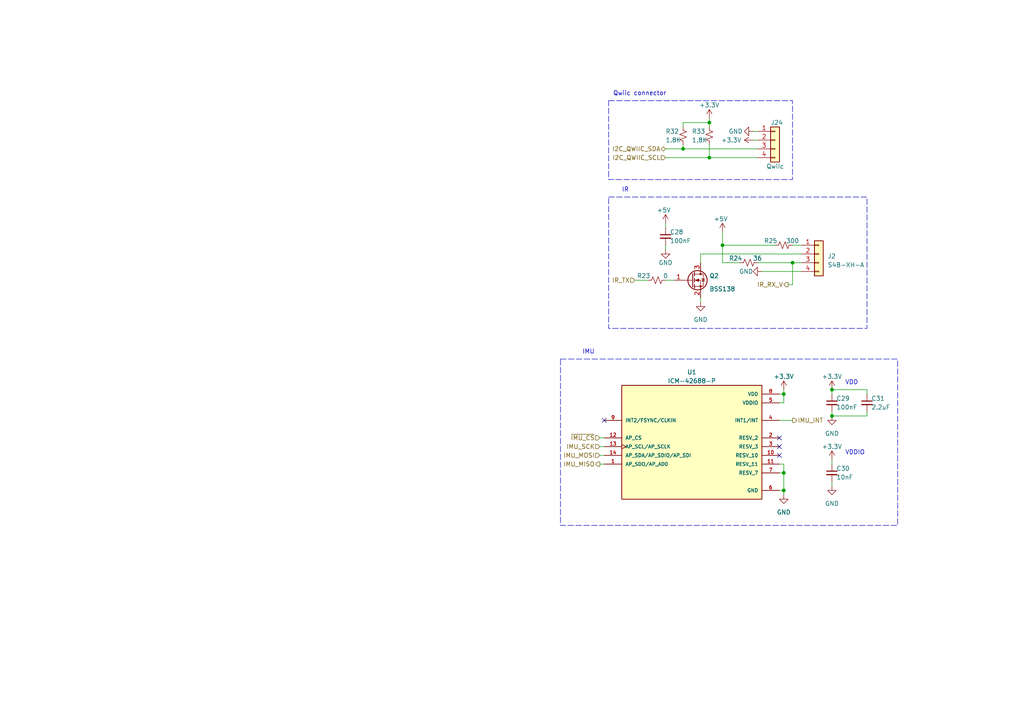
<source format=kicad_sch>
(kicad_sch (version 20230121) (generator eeschema)
  (paper "A4")
  (lib_symbols
    (symbol "Connector_Generic:Conn_01x04" (pin_names (offset 1.016) hide)
      (property "Reference" "J" (at 0 5.08 0))
      (property "Value" "Conn_01x04" (at 0 -7.62 0))
      (symbol "Conn_01x04_1_1"
        (rectangle (start -1.27 -4.953) (end 0 -5.207) (stroke (width 0.1524)))
        (rectangle (start -1.27 -2.413) (end 0 -2.667) (stroke (width 0.1524)))
        (rectangle (start -1.27 0.127) (end 0 -0.127) (stroke (width 0.1524)))
        (rectangle (start -1.27 2.667) (end 0 2.413) (stroke (width 0.1524)))
        (rectangle (start -1.27 3.81) (end 1.27 -6.35) (stroke (width 0.254)) (fill (type background)))
        (pin passive line (at -5.08 2.54 0) (length 3.81) (name "Pin_1") (number "1"))
        (pin passive line (at -5.08 0 0) (length 3.81) (name "Pin_2") (number "2"))
        (pin passive line (at -5.08 -2.54 0) (length 3.81) (name "Pin_3") (number "3"))
        (pin passive line (at -5.08 -5.08 0) (length 3.81) (name "Pin_4") (number "4"))
      )
    )
    (symbol "Device:C_Small" (pin_numbers hide) (pin_names (offset 0.254) hide)
      (property "Reference" "C" (at 0.254 1.778 0))
      (property "Value" "C_Small" (at 0.254 -2.032 0))
      (symbol "C_Small_0_1"
        (polyline (pts (xy -1.524 -0.508) (xy 1.524 -0.508)) (stroke (width 0.3302)))
        (polyline (pts (xy -1.524 0.508) (xy 1.524 0.508)) (stroke (width 0.3048)))
      )
      (symbol "C_Small_1_1"
        (pin passive line (at 0 2.54 270) (length 2.032) (name "~") (number "1"))
        (pin passive line (at 0 -2.54 90) (length 2.032) (name "~") (number "2"))
      )
    )
    (symbol "Device:R_Small_US" (pin_numbers hide) (pin_names (offset 0.254) hide)
      (property "Reference" "R" (at 0.762 0.508 0))
      (property "Value" "R_Small_US" (at 0.762 -1.016 0))
      (symbol "R_Small_US_1_1"
        (polyline (pts (xy 0 0) (xy 1.016 -0.381) (xy 0 -0.762) (xy -1.016 -1.143) (xy 0 -1.524)))
        (polyline (pts (xy 0 1.524) (xy 1.016 1.143) (xy 0 0.762) (xy -1.016 0.381) (xy 0 0)))
        (pin passive line (at 0 2.54 270) (length 1.016) (name "~") (number "1"))
        (pin passive line (at 0 -2.54 90) (length 1.016) (name "~") (number "2"))
      )
    )
    (symbol "ICM-42688-P:ICM-42688-P" (pin_names (offset 1.016))
      (property "Reference" "U" (at -20.32 16.002 0))
      (property "Value" "ICM-42688-P" (at -20.32 -20.32 0))
      (symbol "ICM-42688-P_0_0"
        (rectangle (start -20.32 -17.78) (end 20.32 15.24) (stroke (width 0.254)) (fill (type background)))
        (pin bidirectional line (at -25.4 -7.62 0) (length 5.08) (name "AP_SDO/AP_AD0") (number "1"))
        (pin passive line (at 25.4 -5.08 180) (length 5.08) (name "RESV_10") (number "10"))
        (pin passive line (at 25.4 -7.62 180) (length 5.08) (name "RESV_11") (number "11"))
        (pin input line (at -25.4 0 0) (length 5.08) (name "AP_CS") (number "12"))
        (pin input clock (at -25.4 -2.54 0) (length 5.08) (name "AP_SCL/AP_SCLK") (number "13"))
        (pin bidirectional line (at -25.4 -5.08 0) (length 5.08) (name "AP_SDA/AP_SDIO/AP_SDI") (number "14"))
        (pin passive line (at 25.4 0 180) (length 5.08) (name "RESV_2") (number "2"))
        (pin passive line (at 25.4 -2.54 180) (length 5.08) (name "RESV_3") (number "3"))
        (pin output line (at 25.4 5.08 180) (length 5.08) (name "INT1/INT") (number "4"))
        (pin power_in line (at 25.4 10.16 180) (length 5.08) (name "VDDIO") (number "5"))
        (pin power_in line (at 25.4 -15.24 180) (length 5.08) (name "GND") (number "6"))
        (pin passive line (at 25.4 -10.16 180) (length 5.08) (name "RESV_7") (number "7"))
        (pin power_in line (at 25.4 12.7 180) (length 5.08) (name "VDD") (number "8"))
        (pin bidirectional line (at -25.4 5.08 0) (length 5.08) (name "INT2/FSYNC/CLKIN") (number "9"))
      )
    )
    (symbol "Transistor_FET:BSS138" (pin_names hide)
      (property "Reference" "Q" (at 5.08 1.905 0))
      (property "Value" "BSS138" (at 5.08 0 0))
      (symbol "BSS138_0_1"
        (polyline (pts (xy 0.254 0) (xy -2.54 0)))
        (polyline (pts (xy 0.254 1.905) (xy 0.254 -1.905)) (stroke (width 0.254)))
        (polyline (pts (xy 0.762 -1.27) (xy 0.762 -2.286)) (stroke (width 0.254)))
        (polyline (pts (xy 0.762 0.508) (xy 0.762 -0.508)) (stroke (width 0.254)))
        (polyline (pts (xy 0.762 2.286) (xy 0.762 1.27)) (stroke (width 0.254)))
        (polyline (pts (xy 2.54 2.54) (xy 2.54 1.778)))
        (polyline (pts (xy 2.54 -2.54) (xy 2.54 0) (xy 0.762 0)))
        (polyline (pts (xy 0.762 -1.778) (xy 3.302 -1.778) (xy 3.302 1.778) (xy 0.762 1.778)))
        (polyline (pts (xy 1.016 0) (xy 2.032 0.381) (xy 2.032 -0.381) (xy 1.016 0)) (fill (type outline)))
        (polyline (pts (xy 2.794 0.508) (xy 2.921 0.381) (xy 3.683 0.381) (xy 3.81 0.254)))
        (polyline (pts (xy 3.302 0.381) (xy 2.921 -0.254) (xy 3.683 -0.254) (xy 3.302 0.381)))
        (circle (center 1.651 0) (radius 2.794) (stroke (width 0.254)))
        (circle (center 2.54 -1.778) (radius 0.254) (fill (type outline)))
        (circle (center 2.54 1.778) (radius 0.254) (fill (type outline)))
      )
      (symbol "BSS138_1_1"
        (pin input line (at -5.08 0 0) (length 2.54) (name "G") (number "1"))
        (pin passive line (at 2.54 -5.08 90) (length 2.54) (name "S") (number "2"))
        (pin passive line (at 2.54 5.08 270) (length 2.54) (name "D") (number "3"))
      )
    )
    (symbol "power:+3.3V" (power) (pin_names (offset 0))
      (property "Value" "+3.3V" (at 0 3.556 0))
      (symbol "+3.3V_0_1"
        (polyline (pts (xy -0.762 1.27) (xy 0 2.54)))
        (polyline (pts (xy 0 0) (xy 0 2.54)))
        (polyline (pts (xy 0 2.54) (xy 0.762 1.27)))
      )
      (symbol "+3.3V_1_1"
        (pin power_in line (at 0 0 90) (length 0) hide (name "+3.3V") (number "1"))
      )
    )
    (symbol "power:+5V" (power) (pin_names (offset 0))
      (property "Value" "+5V" (at 0 3.556 0))
      (symbol "+5V_0_1"
        (polyline (pts (xy -0.762 1.27) (xy 0 2.54)))
        (polyline (pts (xy 0 0) (xy 0 2.54)))
        (polyline (pts (xy 0 2.54) (xy 0.762 1.27)))
      )
      (symbol "+5V_1_1"
        (pin power_in line (at 0 0 90) (length 0) hide (name "+5V") (number "1"))
      )
    )
    (symbol "power:GND" (power) (pin_names (offset 0))
      (property "Value" "GND" (at 0 -3.81 0))
      (symbol "GND_0_1"
        (polyline (pts (xy 0 0) (xy 0 -1.27) (xy 1.27 -1.27) (xy 0 -2.54) (xy -1.27 -1.27) (xy 0 -1.27)))
      )
      (symbol "GND_1_1"
        (pin power_in line (at 0 0 270) (length 0) hide (name "GND") (number "1"))
      )
    )
  )
  (junction (at 205.74 35.56))
  (junction (at 227.33 142.24))
  (junction (at 198.12 43.18))
  (junction (at 227.33 114.3))
  (junction (at 241.3 120.65))
  (junction (at 227.33 137.16))
  (junction (at 229.87 76.2))
  (junction (at 205.74 45.72))
  (junction (at 241.3 113.03))
  (junction (at 209.55 71.12))
  (no_connect (at 226.06 132.08))
  (no_connect (at 226.06 127))
  (no_connect (at 226.06 129.54))
  (no_connect (at 175.26 121.92))
  (wire (pts (xy 227.33 113.03) (xy 227.33 114.3)))
  (wire (pts (xy 227.33 142.24) (xy 227.33 143.51)))
  (wire (pts (xy 241.3 120.65) (xy 251.46 120.65)))
  (wire (pts (xy 209.55 71.12) (xy 209.55 67.31)))
  (wire (pts (xy 227.33 137.16) (xy 227.33 142.24)))
  (wire (pts (xy 193.04 71.12) (xy 193.04 72.39)))
  (wire (pts (xy 203.2 86.36) (xy 203.2 87.63)))
  (wire (pts (xy 219.71 76.2) (xy 229.87 76.2)))
  (wire (pts (xy 229.87 82.55) (xy 228.6 82.55)))
  (wire (pts (xy 198.12 35.56) (xy 205.74 35.56)))
  (wire (pts (xy 241.3 139.7) (xy 241.3 140.97)))
  (wire (pts (xy 198.12 43.18) (xy 219.71 43.18)))
  (wire (pts (xy 173.99 132.08) (xy 175.26 132.08)))
  (wire (pts (xy 241.3 133.35) (xy 241.3 134.62)))
  (wire (pts (xy 193.04 43.18) (xy 198.12 43.18)))
  (wire (pts (xy 205.74 45.72) (xy 205.74 41.91)))
  (wire (pts (xy 226.06 134.62) (xy 227.33 134.62)))
  (wire (pts (xy 251.46 114.3) (xy 251.46 113.03)))
  (wire (pts (xy 198.12 36.83) (xy 198.12 35.56)))
  (wire (pts (xy 203.2 73.66) (xy 203.2 76.2)))
  (wire (pts (xy 218.44 38.1) (xy 219.71 38.1)))
  (wire (pts (xy 226.06 121.92) (xy 229.87 121.92)))
  (wire (pts (xy 205.74 35.56) (xy 205.74 36.83)))
  (wire (pts (xy 251.46 113.03) (xy 241.3 113.03)))
  (wire (pts (xy 227.33 114.3) (xy 227.33 116.84)))
  (wire (pts (xy 173.99 127) (xy 175.26 127)))
  (wire (pts (xy 193.04 81.28) (xy 195.58 81.28)))
  (wire (pts (xy 227.33 134.62) (xy 227.33 137.16)))
  (wire (pts (xy 184.15 81.28) (xy 187.96 81.28)))
  (wire (pts (xy 229.87 76.2) (xy 229.87 82.55)))
  (wire (pts (xy 226.06 114.3) (xy 227.33 114.3)))
  (wire (pts (xy 214.63 76.2) (xy 209.55 76.2)))
  (wire (pts (xy 205.74 45.72) (xy 219.71 45.72)))
  (wire (pts (xy 209.55 71.12) (xy 224.79 71.12)))
  (wire (pts (xy 205.74 34.29) (xy 205.74 35.56)))
  (wire (pts (xy 193.04 45.72) (xy 205.74 45.72)))
  (wire (pts (xy 226.06 137.16) (xy 227.33 137.16)))
  (wire (pts (xy 229.87 71.12) (xy 232.41 71.12)))
  (wire (pts (xy 209.55 76.2) (xy 209.55 71.12)))
  (wire (pts (xy 229.87 76.2) (xy 232.41 76.2)))
  (wire (pts (xy 220.98 78.74) (xy 232.41 78.74)))
  (wire (pts (xy 173.99 129.54) (xy 175.26 129.54)))
  (wire (pts (xy 226.06 116.84) (xy 227.33 116.84)))
  (wire (pts (xy 198.12 41.91) (xy 198.12 43.18)))
  (wire (pts (xy 232.41 73.66) (xy 203.2 73.66)))
  (wire (pts (xy 193.04 64.77) (xy 193.04 66.04)))
  (wire (pts (xy 251.46 120.65) (xy 251.46 119.38)))
  (wire (pts (xy 218.44 40.64) (xy 219.71 40.64)))
  (wire (pts (xy 241.3 119.38) (xy 241.3 120.65)))
  (wire (pts (xy 173.99 134.62) (xy 175.26 134.62)))
  (wire (pts (xy 226.06 142.24) (xy 227.33 142.24)))
  (wire (pts (xy 241.3 113.03) (xy 241.3 114.3)))
  (rectangle (start 176.53 29.21) (end 229.87 52.07) (stroke (width 0) (type dash)))
  (rectangle (start 162.56 104.14) (end 260.35 152.4) (stroke (width 0) (type dash)))
  (rectangle (start 176.53 57.15) (end 251.46 95.25) (stroke (width 0) (type dash)))
  (text "Qwiic connector" (at 177.8 27.94 0) (effects (font (size 1.27 1.27)) (justify left bottom)))
  (text "IR" (at 180.34 55.88 0) (effects (font (size 1.27 1.27)) (justify left bottom)))
  (text "VDD" (at 245.11 111.76 0) (effects (font (size 1.27 1.27)) (justify left bottom)))
  (text "VDDIO" (at 245.11 132.08 0) (effects (font (size 1.27 1.27)) (justify left bottom)))
  (text "IMU" (at 168.91 102.87 0) (effects (font (size 1.27 1.27)) (justify left bottom)))
  (hierarchical_label "IMU_MOSI" (shape input) (at 173.99 132.08 180))
  (hierarchical_label "IMU_INT" (shape output) (at 229.87 121.92 0))
  (hierarchical_label "IR_TX" (shape input) (at 184.15 81.28 180))
  (hierarchical_label "~{IMU_CS}" (shape input) (at 173.99 127 180))
  (hierarchical_label "I2C_QWIIC_SCL" (shape input) (at 193.04 45.72 180))
  (hierarchical_label "IR_RX_V" (shape output) (at 228.6 82.55 180))
  (hierarchical_label "IMU_MISO" (shape output) (at 173.99 134.62 180))
  (hierarchical_label "IMU_SCK" (shape input) (at 173.99 129.54 180))
  (hierarchical_label "I2C_QWIIC_SDA" (shape bidirectional) (at 193.04 43.18 180))
  (symbol (lib_id "power:+3.3V") (at 241.3 113.03 0) (unit 1)
    (property "Reference" "#PWR069" (effects hide))
    (property "Value" "+3.3V" (at 241.3 109.22 0))
  )
  (symbol (lib_id "power:+5V") (at 193.04 64.77 0) (unit 1)
    (property "Reference" "#PWR060" (effects hide))
    (property "Value" "+5V" (at 190.5 60.96 0) (effects (justify left)))
  )
  (symbol (lib_id "Device:R_Small_US") (at 217.17 76.2 90) (unit 1)
    (property "Reference" "R24" (at 213.36 74.93 90))
    (property "Value" "36" (at 219.71 74.93 90))
  )
  (symbol (lib_id "Device:C_Small") (at 241.3 137.16 0) (unit 1)
    (property "Reference" "C30" (at 242.57 135.89 0) (effects (justify left)))
    (property "Value" "10nF" (at 242.57 138.43 0) (effects (justify left)))
  )
  (symbol (lib_id "power:GND") (at 203.2 87.63 0) (unit 1)
    (property "Reference" "#PWR062" (effects hide))
    (property "Value" "GND" (at 203.2 92.71 0))
  )
  (symbol (lib_id "power:+3.3V") (at 227.33 113.03 0) (unit 1)
    (property "Reference" "#PWR067" (effects hide))
    (property "Value" "+3.3V" (at 227.33 109.22 0))
  )
  (symbol (lib_id "Connector_Generic:Conn_01x04") (at 237.49 73.66 0) (unit 1)
    (property "Reference" "J2" (at 240.03 74.295 0) (effects (justify left)))
    (property "Value" "S4B-XH-A" (at 240.03 76.835 0) (effects (justify left)))
  )
  (symbol (lib_id "power:GND") (at 241.3 120.65 0) (unit 1)
    (property "Reference" "#PWR070" (effects hide))
    (property "Value" "GND" (at 241.3 125.73 0))
  )
  (symbol (lib_id "Device:R_Small_US") (at 190.5 81.28 90) (unit 1)
    (property "Reference" "R23" (at 186.69 80.01 90))
    (property "Value" "0" (at 193.04 80.01 90))
  )
  (symbol (lib_id "Transistor_FET:BSS138") (at 200.66 81.28 0) (unit 1)
    (property "Reference" "Q2" (at 205.74 80.01 0) (effects (justify left)))
    (property "Value" "BSS138" (at 205.74 83.82 0) (effects (justify left)))
    (property "Footprint" "Package_TO_SOT_SMD:SOT-23" (effects hide))
    (property "Datasheet" "https://www.onsemi.com/pub/Collateral/BSS138-D.PDF" (effects hide))
  )
  (symbol (lib_id "power:GND") (at 193.04 72.39 0) (unit 1)
    (property "Reference" "#PWR066" (effects hide))
    (property "Value" "GND" (at 193.04 76.2 0))
  )
  (symbol (lib_id "Device:C_Small") (at 241.3 116.84 0) (unit 1)
    (property "Reference" "C29" (at 242.57 115.57 0) (effects (justify left)))
    (property "Value" "100nF" (at 242.57 118.11 0) (effects (justify left)))
  )
  (symbol (lib_id "power:+3.3V") (at 241.3 133.35 0) (unit 1)
    (property "Reference" "#PWR071" (effects hide))
    (property "Value" "+3.3V" (at 241.3 129.54 0))
  )
  (symbol (lib_id "power:GND") (at 241.3 140.97 0) (unit 1)
    (property "Reference" "#PWR072" (effects hide))
    (property "Value" "GND" (at 241.3 146.05 0))
  )
  (symbol (lib_id "Device:C_Small") (at 193.04 68.58 0) (unit 1)
    (property "Reference" "C28" (at 194.31 67.31 0) (effects (justify left)))
    (property "Value" "100nF" (at 194.31 69.85 0) (effects (justify left)))
  )
  (symbol (lib_id "Device:R_Small_US") (at 205.74 39.37 0) (unit 1)
    (property "Reference" "R33" (at 200.66 38.1 0) (effects (justify left)))
    (property "Value" "1.8K" (at 200.66 40.64 0) (effects (justify left)))
  )
  (symbol (lib_id "Device:R_Small_US") (at 227.33 71.12 90) (unit 1)
    (property "Reference" "R25" (at 223.52 69.85 90))
    (property "Value" "300" (at 229.87 69.85 90))
  )
  (symbol (lib_id "power:GND") (at 218.44 38.1 270) (unit 1)
    (property "Reference" "#PWR0135" (effects hide))
    (property "Value" "GND" (at 213.36 38.1 90))
    (instances (project "main-board" (path "" (reference "#PWR0135") (unit 1)) (path "" (reference "#PWR0136") (unit 1))) (project "RP2040_minimal" (path "" (reference "#PWR018") (unit 1))))
  )
  (symbol (lib_id "power:+5V") (at 209.55 67.31 0) (unit 1)
    (property "Reference" "#PWR063" (effects hide))
    (property "Value" "+5V" (at 207.01 63.5 0) (effects (justify left)))
  )
  (symbol (lib_id "Device:C_Small") (at 251.46 116.84 0) (unit 1)
    (property "Reference" "C31" (at 252.73 115.57 0) (effects (justify left)))
    (property "Value" "2.2uF" (at 252.73 118.11 0) (effects (justify left)))
  )
  (symbol (lib_id "ICM-42688-P:ICM-42688-P") (at 200.66 127 0) (unit 1)
    (property "Reference" "U1" (at 200.66 107.95 0))
    (property "Value" "ICM-42688-P" (at 200.66 110.49 0))
    (property "Footprint" "ICM-42688-P:PQFN50P300X250X97-14N" (effects hide))
    (property "PARTREV" "1.2" (effects hide))
    (property "STANDARD" "IPC-7351B" (effects hide))
    (property "MAXIMUM_PACKAGE_HEIGHT" "0.97mm" (effects hide))
    (property "MANUFACTURER" "TDK InvenSense" (effects hide))
  )
  (symbol (lib_id "power:GND") (at 220.98 78.74 270) (unit 1)
    (property "Reference" "#PWR064" (effects hide))
    (property "Value" "GND" (at 218.44 78.74 90) (effects (justify right)))
  )
  (symbol (lib_id "power:+3.3V") (at 218.44 40.64 90) (unit 1)
    (property "Reference" "#PWR059" (effects hide))
    (property "Value" "+3.3V" (at 212.09 40.64 90))
    (instances (project "main-board" (path "" (reference "#PWR059") (unit 1)) (path "" (reference "#PWR0136") (unit 1)) (path "" (reference "#PWR0137") (unit 1))))
  )
  (symbol (lib_id "power:GND") (at 227.33 143.51 0) (unit 1)
    (property "Reference" "#PWR068" (effects hide))
    (property "Value" "GND" (at 227.33 148.59 0))
  )
  (symbol (lib_id "Connector_Generic:Conn_01x04") (at 224.79 40.64 0) (unit 1)
    (property "Reference" "J24" (at 223.52 35.56 0) (effects (justify left)))
    (property "Value" "Qwiic" (at 222.25 48.26 0) (effects (justify left)))
    (property "Footprint" "Connector_JST:JST_SH_SM04B-SRSS-TB_1x04-1MP_P1.00mm_Horizontal" (effects hide))
  )
  (symbol (lib_id "power:+3.3V") (at 205.74 34.29 0) (unit 1)
    (property "Reference" "#PWR059" (effects hide))
    (property "Value" "+3.3V" (at 205.74 30.48 0))
    (instances (project "main-board" (path "" (reference "#PWR059") (unit 1)) (path "" (reference "#PWR0137") (unit 1)) (path "" (reference "#PWR0135") (unit 1))))
  )
  (symbol (lib_id "Device:R_Small_US") (at 198.12 39.37 0) (unit 1)
    (property "Reference" "R32" (at 193.04 38.1 0) (effects (justify left)))
    (property "Value" "1.8K" (at 193.04 40.64 0) (effects (justify left)))
  )
)
</source>
